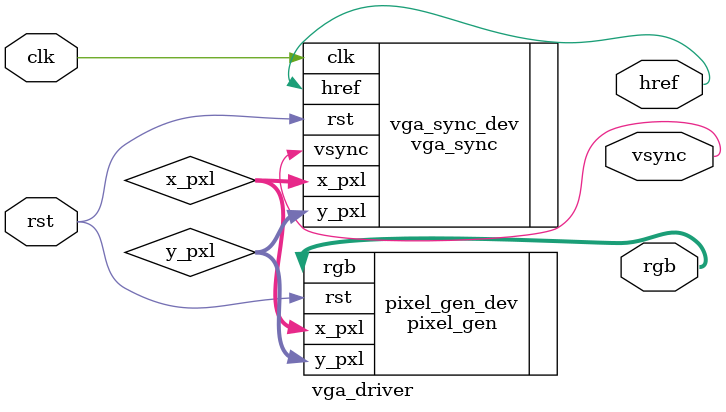
<source format=v>
module vga_driver (
	input wire clk,
	input wire rst,
	output wire [11:0]rgb,
	output wire href, vsync
);

wire [9:0]y_pxl,x_pxl;

vga_sync vga_sync_dev (.clk(clk), .rst(rst), .y_pxl(y_pxl),.x_pxl(x_pxl),.href(href),.vsync(vsync));
pixel_gen pixel_gen_dev (.y_pxl(y_pxl),.x_pxl(x_pxl),.rgb(rgb), .rst(rst));

endmodule

</source>
